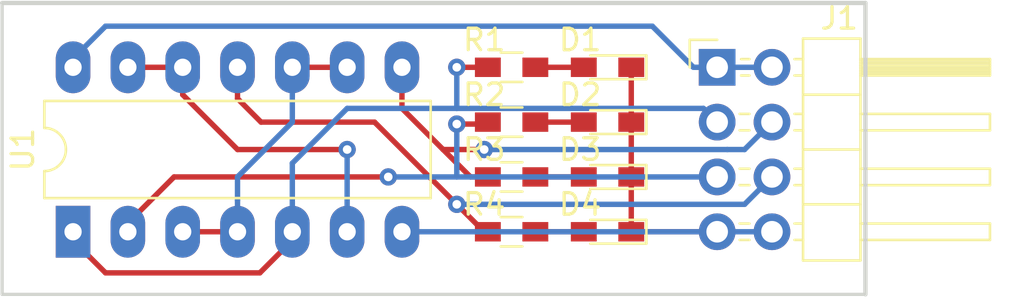
<source format=kicad_pcb>
(kicad_pcb (version 20171130) (host pcbnew "(5.0.0-3-g5ebb6b6)")

  (general
    (thickness 1.6)
    (drawings 4)
    (tracks 68)
    (zones 0)
    (modules 10)
    (nets 13)
  )

  (page A4)
  (layers
    (0 F.Cu signal)
    (31 B.Cu signal)
    (32 B.Adhes user)
    (33 F.Adhes user)
    (34 B.Paste user)
    (35 F.Paste user)
    (36 B.SilkS user)
    (37 F.SilkS user)
    (38 B.Mask user)
    (39 F.Mask user)
    (40 Dwgs.User user)
    (41 Cmts.User user)
    (42 Eco1.User user)
    (43 Eco2.User user)
    (44 Edge.Cuts user)
    (45 Margin user)
    (46 B.CrtYd user)
    (47 F.CrtYd user)
    (48 B.Fab user)
    (49 F.Fab user)
  )

  (setup
    (last_trace_width 0.25)
    (trace_clearance 0.2)
    (zone_clearance 0.508)
    (zone_45_only no)
    (trace_min 0.2)
    (segment_width 0.2)
    (edge_width 0.15)
    (via_size 0.8)
    (via_drill 0.4)
    (via_min_size 0.4)
    (via_min_drill 0.3)
    (uvia_size 0.3)
    (uvia_drill 0.1)
    (uvias_allowed no)
    (uvia_min_size 0.2)
    (uvia_min_drill 0.1)
    (pcb_text_width 0.3)
    (pcb_text_size 1.5 1.5)
    (mod_edge_width 0.15)
    (mod_text_size 1 1)
    (mod_text_width 0.15)
    (pad_size 1.524 1.524)
    (pad_drill 0.762)
    (pad_to_mask_clearance 0.2)
    (aux_axis_origin 0 0)
    (visible_elements FFFFFF7F)
    (pcbplotparams
      (layerselection 0x010fc_ffffffff)
      (usegerberextensions false)
      (usegerberattributes false)
      (usegerberadvancedattributes false)
      (creategerberjobfile false)
      (excludeedgelayer true)
      (linewidth 0.100000)
      (plotframeref false)
      (viasonmask false)
      (mode 1)
      (useauxorigin false)
      (hpglpennumber 1)
      (hpglpenspeed 20)
      (hpglpendiameter 15.000000)
      (psnegative false)
      (psa4output false)
      (plotreference true)
      (plotvalue true)
      (plotinvisibletext false)
      (padsonsilk false)
      (subtractmaskfromsilk false)
      (outputformat 1)
      (mirror false)
      (drillshape 1)
      (scaleselection 1)
      (outputdirectory ""))
  )

  (net 0 "")
  (net 1 "Net-(D1-Pad2)")
  (net 2 /In)
  (net 3 /Sel)
  (net 4 "Net-(D2-Pad2)")
  (net 5 "Net-(D3-Pad2)")
  (net 6 /Out1)
  (net 7 /Out2)
  (net 8 "Net-(D4-Pad2)")
  (net 9 GND)
  (net 10 VCC)
  (net 11 "Net-(U1-Pad12)")
  (net 12 "Net-(U1-Pad10)")

  (net_class Default "これはデフォルトのネット クラスです。"
    (clearance 0.2)
    (trace_width 0.25)
    (via_dia 0.8)
    (via_drill 0.4)
    (uvia_dia 0.3)
    (uvia_drill 0.1)
    (add_net /In)
    (add_net /Out1)
    (add_net /Out2)
    (add_net /Sel)
    (add_net GND)
    (add_net "Net-(D1-Pad2)")
    (add_net "Net-(D2-Pad2)")
    (add_net "Net-(D3-Pad2)")
    (add_net "Net-(D4-Pad2)")
    (add_net "Net-(U1-Pad10)")
    (add_net "Net-(U1-Pad12)")
    (add_net VCC)
  )

  (module Housings_DIP:DIP-14_W7.62mm_LongPads (layer F.Cu) (tedit 59C78D6B) (tstamp 5ED5BF55)
    (at 143.285 100.6 90)
    (descr "14-lead though-hole mounted DIP package, row spacing 7.62 mm (300 mils), LongPads")
    (tags "THT DIP DIL PDIP 2.54mm 7.62mm 300mil LongPads")
    (path /5ED5BE16)
    (fp_text reference U1 (at 3.81 -2.33 90) (layer F.SilkS)
      (effects (font (size 1 1) (thickness 0.15)))
    )
    (fp_text value 74LS00 (at 3.81 17.57 90) (layer F.Fab)
      (effects (font (size 1 1) (thickness 0.15)))
    )
    (fp_text user %R (at 3.81 7.62 90) (layer F.Fab)
      (effects (font (size 1 1) (thickness 0.15)))
    )
    (fp_line (start 9.1 -1.55) (end -1.45 -1.55) (layer F.CrtYd) (width 0.05))
    (fp_line (start 9.1 16.8) (end 9.1 -1.55) (layer F.CrtYd) (width 0.05))
    (fp_line (start -1.45 16.8) (end 9.1 16.8) (layer F.CrtYd) (width 0.05))
    (fp_line (start -1.45 -1.55) (end -1.45 16.8) (layer F.CrtYd) (width 0.05))
    (fp_line (start 6.06 -1.33) (end 4.81 -1.33) (layer F.SilkS) (width 0.12))
    (fp_line (start 6.06 16.57) (end 6.06 -1.33) (layer F.SilkS) (width 0.12))
    (fp_line (start 1.56 16.57) (end 6.06 16.57) (layer F.SilkS) (width 0.12))
    (fp_line (start 1.56 -1.33) (end 1.56 16.57) (layer F.SilkS) (width 0.12))
    (fp_line (start 2.81 -1.33) (end 1.56 -1.33) (layer F.SilkS) (width 0.12))
    (fp_line (start 0.635 -0.27) (end 1.635 -1.27) (layer F.Fab) (width 0.1))
    (fp_line (start 0.635 16.51) (end 0.635 -0.27) (layer F.Fab) (width 0.1))
    (fp_line (start 6.985 16.51) (end 0.635 16.51) (layer F.Fab) (width 0.1))
    (fp_line (start 6.985 -1.27) (end 6.985 16.51) (layer F.Fab) (width 0.1))
    (fp_line (start 1.635 -1.27) (end 6.985 -1.27) (layer F.Fab) (width 0.1))
    (fp_arc (start 3.81 -1.33) (end 2.81 -1.33) (angle -180) (layer F.SilkS) (width 0.12))
    (pad 14 thru_hole oval (at 7.62 0 90) (size 2.4 1.6) (drill 0.8) (layers *.Cu *.Mask)
      (net 10 VCC))
    (pad 7 thru_hole oval (at 0 15.24 90) (size 2.4 1.6) (drill 0.8) (layers *.Cu *.Mask)
      (net 9 GND))
    (pad 13 thru_hole oval (at 7.62 2.54 90) (size 2.4 1.6) (drill 0.8) (layers *.Cu *.Mask)
      (net 11 "Net-(U1-Pad12)"))
    (pad 6 thru_hole oval (at 0 12.7 90) (size 2.4 1.6) (drill 0.8) (layers *.Cu *.Mask)
      (net 11 "Net-(U1-Pad12)"))
    (pad 12 thru_hole oval (at 7.62 5.08 90) (size 2.4 1.6) (drill 0.8) (layers *.Cu *.Mask)
      (net 11 "Net-(U1-Pad12)"))
    (pad 5 thru_hole oval (at 0 10.16 90) (size 2.4 1.6) (drill 0.8) (layers *.Cu *.Mask)
      (net 2 /In))
    (pad 11 thru_hole oval (at 7.62 7.62 90) (size 2.4 1.6) (drill 0.8) (layers *.Cu *.Mask)
      (net 7 /Out2))
    (pad 4 thru_hole oval (at 0 7.62 90) (size 2.4 1.6) (drill 0.8) (layers *.Cu *.Mask)
      (net 12 "Net-(U1-Pad10)"))
    (pad 10 thru_hole oval (at 7.62 10.16 90) (size 2.4 1.6) (drill 0.8) (layers *.Cu *.Mask)
      (net 12 "Net-(U1-Pad10)"))
    (pad 3 thru_hole oval (at 0 5.08 90) (size 2.4 1.6) (drill 0.8) (layers *.Cu *.Mask)
      (net 12 "Net-(U1-Pad10)"))
    (pad 9 thru_hole oval (at 7.62 12.7 90) (size 2.4 1.6) (drill 0.8) (layers *.Cu *.Mask)
      (net 12 "Net-(U1-Pad10)"))
    (pad 2 thru_hole oval (at 0 2.54 90) (size 2.4 1.6) (drill 0.8) (layers *.Cu *.Mask)
      (net 3 /Sel))
    (pad 8 thru_hole oval (at 7.62 15.24 90) (size 2.4 1.6) (drill 0.8) (layers *.Cu *.Mask)
      (net 6 /Out1))
    (pad 1 thru_hole rect (at 0 0 90) (size 2.4 1.6) (drill 0.8) (layers *.Cu *.Mask)
      (net 2 /In))
    (model ${KISYS3DMOD}/Housings_DIP.3dshapes/DIP-14_W7.62mm.wrl
      (at (xyz 0 0 0))
      (scale (xyz 1 1 1))
      (rotate (xyz 0 0 0))
    )
  )

  (module LEDs:LED_0603_HandSoldering (layer F.Cu) (tedit 595FC9C0) (tstamp 5ED5BFAB)
    (at 168.05 100.6 180)
    (descr "LED SMD 0603, hand soldering")
    (tags "LED 0603")
    (path /5ED5CB37)
    (attr smd)
    (fp_text reference D4 (at 1.27 1.27 180) (layer F.SilkS)
      (effects (font (size 1 1) (thickness 0.15)))
    )
    (fp_text value LED (at 0 1.55 180) (layer F.Fab)
      (effects (font (size 1 1) (thickness 0.15)))
    )
    (fp_line (start -1.8 -0.55) (end -1.8 0.55) (layer F.SilkS) (width 0.12))
    (fp_line (start -0.2 -0.2) (end -0.2 0.2) (layer F.Fab) (width 0.1))
    (fp_line (start -0.15 0) (end 0.15 -0.2) (layer F.Fab) (width 0.1))
    (fp_line (start 0.15 0.2) (end -0.15 0) (layer F.Fab) (width 0.1))
    (fp_line (start 0.15 -0.2) (end 0.15 0.2) (layer F.Fab) (width 0.1))
    (fp_line (start 0.8 0.4) (end -0.8 0.4) (layer F.Fab) (width 0.1))
    (fp_line (start 0.8 -0.4) (end 0.8 0.4) (layer F.Fab) (width 0.1))
    (fp_line (start -0.8 -0.4) (end 0.8 -0.4) (layer F.Fab) (width 0.1))
    (fp_line (start -1.8 0.55) (end 0.8 0.55) (layer F.SilkS) (width 0.12))
    (fp_line (start -1.8 -0.55) (end 0.8 -0.55) (layer F.SilkS) (width 0.12))
    (fp_line (start -1.96 -0.7) (end 1.95 -0.7) (layer F.CrtYd) (width 0.05))
    (fp_line (start -1.96 -0.7) (end -1.96 0.7) (layer F.CrtYd) (width 0.05))
    (fp_line (start 1.95 0.7) (end 1.95 -0.7) (layer F.CrtYd) (width 0.05))
    (fp_line (start 1.95 0.7) (end -1.96 0.7) (layer F.CrtYd) (width 0.05))
    (fp_line (start -0.8 -0.4) (end -0.8 0.4) (layer F.Fab) (width 0.1))
    (pad 1 smd rect (at -1.1 0 180) (size 1.2 0.9) (layers F.Cu F.Paste F.Mask)
      (net 9 GND))
    (pad 2 smd rect (at 1.1 0 180) (size 1.2 0.9) (layers F.Cu F.Paste F.Mask)
      (net 8 "Net-(D4-Pad2)"))
    (model ${KISYS3DMOD}/LEDs.3dshapes/LED_0603.wrl
      (at (xyz 0 0 0))
      (scale (xyz 1 1 1))
      (rotate (xyz 0 0 180))
    )
  )

  (module LEDs:LED_0603_HandSoldering (layer F.Cu) (tedit 595FC9C0) (tstamp 5ED5BFE7)
    (at 168.05 98.06 180)
    (descr "LED SMD 0603, hand soldering")
    (tags "LED 0603")
    (path /5ED5CB0B)
    (attr smd)
    (fp_text reference D3 (at 1.27 1.27 180) (layer F.SilkS)
      (effects (font (size 1 1) (thickness 0.15)))
    )
    (fp_text value LED (at 0 1.55 180) (layer F.Fab)
      (effects (font (size 1 1) (thickness 0.15)))
    )
    (fp_line (start -0.8 -0.4) (end -0.8 0.4) (layer F.Fab) (width 0.1))
    (fp_line (start 1.95 0.7) (end -1.96 0.7) (layer F.CrtYd) (width 0.05))
    (fp_line (start 1.95 0.7) (end 1.95 -0.7) (layer F.CrtYd) (width 0.05))
    (fp_line (start -1.96 -0.7) (end -1.96 0.7) (layer F.CrtYd) (width 0.05))
    (fp_line (start -1.96 -0.7) (end 1.95 -0.7) (layer F.CrtYd) (width 0.05))
    (fp_line (start -1.8 -0.55) (end 0.8 -0.55) (layer F.SilkS) (width 0.12))
    (fp_line (start -1.8 0.55) (end 0.8 0.55) (layer F.SilkS) (width 0.12))
    (fp_line (start -0.8 -0.4) (end 0.8 -0.4) (layer F.Fab) (width 0.1))
    (fp_line (start 0.8 -0.4) (end 0.8 0.4) (layer F.Fab) (width 0.1))
    (fp_line (start 0.8 0.4) (end -0.8 0.4) (layer F.Fab) (width 0.1))
    (fp_line (start 0.15 -0.2) (end 0.15 0.2) (layer F.Fab) (width 0.1))
    (fp_line (start 0.15 0.2) (end -0.15 0) (layer F.Fab) (width 0.1))
    (fp_line (start -0.15 0) (end 0.15 -0.2) (layer F.Fab) (width 0.1))
    (fp_line (start -0.2 -0.2) (end -0.2 0.2) (layer F.Fab) (width 0.1))
    (fp_line (start -1.8 -0.55) (end -1.8 0.55) (layer F.SilkS) (width 0.12))
    (pad 2 smd rect (at 1.1 0 180) (size 1.2 0.9) (layers F.Cu F.Paste F.Mask)
      (net 5 "Net-(D3-Pad2)"))
    (pad 1 smd rect (at -1.1 0 180) (size 1.2 0.9) (layers F.Cu F.Paste F.Mask)
      (net 9 GND))
    (model ${KISYS3DMOD}/LEDs.3dshapes/LED_0603.wrl
      (at (xyz 0 0 0))
      (scale (xyz 1 1 1))
      (rotate (xyz 0 0 180))
    )
  )

  (module LEDs:LED_0603_HandSoldering (layer F.Cu) (tedit 595FC9C0) (tstamp 5ED5C023)
    (at 168.05 95.52 180)
    (descr "LED SMD 0603, hand soldering")
    (tags "LED 0603")
    (path /5ED5CADD)
    (attr smd)
    (fp_text reference D2 (at 1.27 1.27 180) (layer F.SilkS)
      (effects (font (size 1 1) (thickness 0.15)))
    )
    (fp_text value LED (at 0 1.55 180) (layer F.Fab)
      (effects (font (size 1 1) (thickness 0.15)))
    )
    (fp_line (start -1.8 -0.55) (end -1.8 0.55) (layer F.SilkS) (width 0.12))
    (fp_line (start -0.2 -0.2) (end -0.2 0.2) (layer F.Fab) (width 0.1))
    (fp_line (start -0.15 0) (end 0.15 -0.2) (layer F.Fab) (width 0.1))
    (fp_line (start 0.15 0.2) (end -0.15 0) (layer F.Fab) (width 0.1))
    (fp_line (start 0.15 -0.2) (end 0.15 0.2) (layer F.Fab) (width 0.1))
    (fp_line (start 0.8 0.4) (end -0.8 0.4) (layer F.Fab) (width 0.1))
    (fp_line (start 0.8 -0.4) (end 0.8 0.4) (layer F.Fab) (width 0.1))
    (fp_line (start -0.8 -0.4) (end 0.8 -0.4) (layer F.Fab) (width 0.1))
    (fp_line (start -1.8 0.55) (end 0.8 0.55) (layer F.SilkS) (width 0.12))
    (fp_line (start -1.8 -0.55) (end 0.8 -0.55) (layer F.SilkS) (width 0.12))
    (fp_line (start -1.96 -0.7) (end 1.95 -0.7) (layer F.CrtYd) (width 0.05))
    (fp_line (start -1.96 -0.7) (end -1.96 0.7) (layer F.CrtYd) (width 0.05))
    (fp_line (start 1.95 0.7) (end 1.95 -0.7) (layer F.CrtYd) (width 0.05))
    (fp_line (start 1.95 0.7) (end -1.96 0.7) (layer F.CrtYd) (width 0.05))
    (fp_line (start -0.8 -0.4) (end -0.8 0.4) (layer F.Fab) (width 0.1))
    (pad 1 smd rect (at -1.1 0 180) (size 1.2 0.9) (layers F.Cu F.Paste F.Mask)
      (net 9 GND))
    (pad 2 smd rect (at 1.1 0 180) (size 1.2 0.9) (layers F.Cu F.Paste F.Mask)
      (net 4 "Net-(D2-Pad2)"))
    (model ${KISYS3DMOD}/LEDs.3dshapes/LED_0603.wrl
      (at (xyz 0 0 0))
      (scale (xyz 1 1 1))
      (rotate (xyz 0 0 180))
    )
  )

  (module LEDs:LED_0603_HandSoldering (layer F.Cu) (tedit 595FC9C0) (tstamp 5ED5C05F)
    (at 168.05 92.98 180)
    (descr "LED SMD 0603, hand soldering")
    (tags "LED 0603")
    (path /5ED5C756)
    (attr smd)
    (fp_text reference D1 (at 1.27 1.27 180) (layer F.SilkS)
      (effects (font (size 1 1) (thickness 0.15)))
    )
    (fp_text value LED (at 0 1.55 180) (layer F.Fab)
      (effects (font (size 1 1) (thickness 0.15)))
    )
    (fp_line (start -0.8 -0.4) (end -0.8 0.4) (layer F.Fab) (width 0.1))
    (fp_line (start 1.95 0.7) (end -1.96 0.7) (layer F.CrtYd) (width 0.05))
    (fp_line (start 1.95 0.7) (end 1.95 -0.7) (layer F.CrtYd) (width 0.05))
    (fp_line (start -1.96 -0.7) (end -1.96 0.7) (layer F.CrtYd) (width 0.05))
    (fp_line (start -1.96 -0.7) (end 1.95 -0.7) (layer F.CrtYd) (width 0.05))
    (fp_line (start -1.8 -0.55) (end 0.8 -0.55) (layer F.SilkS) (width 0.12))
    (fp_line (start -1.8 0.55) (end 0.8 0.55) (layer F.SilkS) (width 0.12))
    (fp_line (start -0.8 -0.4) (end 0.8 -0.4) (layer F.Fab) (width 0.1))
    (fp_line (start 0.8 -0.4) (end 0.8 0.4) (layer F.Fab) (width 0.1))
    (fp_line (start 0.8 0.4) (end -0.8 0.4) (layer F.Fab) (width 0.1))
    (fp_line (start 0.15 -0.2) (end 0.15 0.2) (layer F.Fab) (width 0.1))
    (fp_line (start 0.15 0.2) (end -0.15 0) (layer F.Fab) (width 0.1))
    (fp_line (start -0.15 0) (end 0.15 -0.2) (layer F.Fab) (width 0.1))
    (fp_line (start -0.2 -0.2) (end -0.2 0.2) (layer F.Fab) (width 0.1))
    (fp_line (start -1.8 -0.55) (end -1.8 0.55) (layer F.SilkS) (width 0.12))
    (pad 2 smd rect (at 1.1 0 180) (size 1.2 0.9) (layers F.Cu F.Paste F.Mask)
      (net 1 "Net-(D1-Pad2)"))
    (pad 1 smd rect (at -1.1 0 180) (size 1.2 0.9) (layers F.Cu F.Paste F.Mask)
      (net 9 GND))
    (model ${KISYS3DMOD}/LEDs.3dshapes/LED_0603.wrl
      (at (xyz 0 0 0))
      (scale (xyz 1 1 1))
      (rotate (xyz 0 0 180))
    )
  )

  (module Pin_Headers:Pin_Header_Angled_2x04_Pitch2.54mm (layer F.Cu) (tedit 59650532) (tstamp 5ED5C0DF)
    (at 173.13 92.98)
    (descr "Through hole angled pin header, 2x04, 2.54mm pitch, 6mm pin length, double rows")
    (tags "Through hole angled pin header THT 2x04 2.54mm double row")
    (path /5ED5D42E)
    (fp_text reference J1 (at 5.655 -2.27) (layer F.SilkS)
      (effects (font (size 1 1) (thickness 0.15)))
    )
    (fp_text value Conn_02x04_Odd_Even (at 5.655 9.89) (layer F.Fab)
      (effects (font (size 1 1) (thickness 0.15)))
    )
    (fp_text user %R (at 5.31 3.81 90) (layer F.Fab)
      (effects (font (size 1 1) (thickness 0.15)))
    )
    (fp_line (start 13.1 -1.8) (end -1.8 -1.8) (layer F.CrtYd) (width 0.05))
    (fp_line (start 13.1 9.4) (end 13.1 -1.8) (layer F.CrtYd) (width 0.05))
    (fp_line (start -1.8 9.4) (end 13.1 9.4) (layer F.CrtYd) (width 0.05))
    (fp_line (start -1.8 -1.8) (end -1.8 9.4) (layer F.CrtYd) (width 0.05))
    (fp_line (start -1.27 -1.27) (end 0 -1.27) (layer F.SilkS) (width 0.12))
    (fp_line (start -1.27 0) (end -1.27 -1.27) (layer F.SilkS) (width 0.12))
    (fp_line (start 1.042929 8) (end 1.497071 8) (layer F.SilkS) (width 0.12))
    (fp_line (start 1.042929 7.24) (end 1.497071 7.24) (layer F.SilkS) (width 0.12))
    (fp_line (start 3.582929 8) (end 3.98 8) (layer F.SilkS) (width 0.12))
    (fp_line (start 3.582929 7.24) (end 3.98 7.24) (layer F.SilkS) (width 0.12))
    (fp_line (start 12.64 8) (end 6.64 8) (layer F.SilkS) (width 0.12))
    (fp_line (start 12.64 7.24) (end 12.64 8) (layer F.SilkS) (width 0.12))
    (fp_line (start 6.64 7.24) (end 12.64 7.24) (layer F.SilkS) (width 0.12))
    (fp_line (start 3.98 6.35) (end 6.64 6.35) (layer F.SilkS) (width 0.12))
    (fp_line (start 1.042929 5.46) (end 1.497071 5.46) (layer F.SilkS) (width 0.12))
    (fp_line (start 1.042929 4.7) (end 1.497071 4.7) (layer F.SilkS) (width 0.12))
    (fp_line (start 3.582929 5.46) (end 3.98 5.46) (layer F.SilkS) (width 0.12))
    (fp_line (start 3.582929 4.7) (end 3.98 4.7) (layer F.SilkS) (width 0.12))
    (fp_line (start 12.64 5.46) (end 6.64 5.46) (layer F.SilkS) (width 0.12))
    (fp_line (start 12.64 4.7) (end 12.64 5.46) (layer F.SilkS) (width 0.12))
    (fp_line (start 6.64 4.7) (end 12.64 4.7) (layer F.SilkS) (width 0.12))
    (fp_line (start 3.98 3.81) (end 6.64 3.81) (layer F.SilkS) (width 0.12))
    (fp_line (start 1.042929 2.92) (end 1.497071 2.92) (layer F.SilkS) (width 0.12))
    (fp_line (start 1.042929 2.16) (end 1.497071 2.16) (layer F.SilkS) (width 0.12))
    (fp_line (start 3.582929 2.92) (end 3.98 2.92) (layer F.SilkS) (width 0.12))
    (fp_line (start 3.582929 2.16) (end 3.98 2.16) (layer F.SilkS) (width 0.12))
    (fp_line (start 12.64 2.92) (end 6.64 2.92) (layer F.SilkS) (width 0.12))
    (fp_line (start 12.64 2.16) (end 12.64 2.92) (layer F.SilkS) (width 0.12))
    (fp_line (start 6.64 2.16) (end 12.64 2.16) (layer F.SilkS) (width 0.12))
    (fp_line (start 3.98 1.27) (end 6.64 1.27) (layer F.SilkS) (width 0.12))
    (fp_line (start 1.11 0.38) (end 1.497071 0.38) (layer F.SilkS) (width 0.12))
    (fp_line (start 1.11 -0.38) (end 1.497071 -0.38) (layer F.SilkS) (width 0.12))
    (fp_line (start 3.582929 0.38) (end 3.98 0.38) (layer F.SilkS) (width 0.12))
    (fp_line (start 3.582929 -0.38) (end 3.98 -0.38) (layer F.SilkS) (width 0.12))
    (fp_line (start 6.64 0.28) (end 12.64 0.28) (layer F.SilkS) (width 0.12))
    (fp_line (start 6.64 0.16) (end 12.64 0.16) (layer F.SilkS) (width 0.12))
    (fp_line (start 6.64 0.04) (end 12.64 0.04) (layer F.SilkS) (width 0.12))
    (fp_line (start 6.64 -0.08) (end 12.64 -0.08) (layer F.SilkS) (width 0.12))
    (fp_line (start 6.64 -0.2) (end 12.64 -0.2) (layer F.SilkS) (width 0.12))
    (fp_line (start 6.64 -0.32) (end 12.64 -0.32) (layer F.SilkS) (width 0.12))
    (fp_line (start 12.64 0.38) (end 6.64 0.38) (layer F.SilkS) (width 0.12))
    (fp_line (start 12.64 -0.38) (end 12.64 0.38) (layer F.SilkS) (width 0.12))
    (fp_line (start 6.64 -0.38) (end 12.64 -0.38) (layer F.SilkS) (width 0.12))
    (fp_line (start 6.64 -1.33) (end 3.98 -1.33) (layer F.SilkS) (width 0.12))
    (fp_line (start 6.64 8.95) (end 6.64 -1.33) (layer F.SilkS) (width 0.12))
    (fp_line (start 3.98 8.95) (end 6.64 8.95) (layer F.SilkS) (width 0.12))
    (fp_line (start 3.98 -1.33) (end 3.98 8.95) (layer F.SilkS) (width 0.12))
    (fp_line (start 6.58 7.94) (end 12.58 7.94) (layer F.Fab) (width 0.1))
    (fp_line (start 12.58 7.3) (end 12.58 7.94) (layer F.Fab) (width 0.1))
    (fp_line (start 6.58 7.3) (end 12.58 7.3) (layer F.Fab) (width 0.1))
    (fp_line (start -0.32 7.94) (end 4.04 7.94) (layer F.Fab) (width 0.1))
    (fp_line (start -0.32 7.3) (end -0.32 7.94) (layer F.Fab) (width 0.1))
    (fp_line (start -0.32 7.3) (end 4.04 7.3) (layer F.Fab) (width 0.1))
    (fp_line (start 6.58 5.4) (end 12.58 5.4) (layer F.Fab) (width 0.1))
    (fp_line (start 12.58 4.76) (end 12.58 5.4) (layer F.Fab) (width 0.1))
    (fp_line (start 6.58 4.76) (end 12.58 4.76) (layer F.Fab) (width 0.1))
    (fp_line (start -0.32 5.4) (end 4.04 5.4) (layer F.Fab) (width 0.1))
    (fp_line (start -0.32 4.76) (end -0.32 5.4) (layer F.Fab) (width 0.1))
    (fp_line (start -0.32 4.76) (end 4.04 4.76) (layer F.Fab) (width 0.1))
    (fp_line (start 6.58 2.86) (end 12.58 2.86) (layer F.Fab) (width 0.1))
    (fp_line (start 12.58 2.22) (end 12.58 2.86) (layer F.Fab) (width 0.1))
    (fp_line (start 6.58 2.22) (end 12.58 2.22) (layer F.Fab) (width 0.1))
    (fp_line (start -0.32 2.86) (end 4.04 2.86) (layer F.Fab) (width 0.1))
    (fp_line (start -0.32 2.22) (end -0.32 2.86) (layer F.Fab) (width 0.1))
    (fp_line (start -0.32 2.22) (end 4.04 2.22) (layer F.Fab) (width 0.1))
    (fp_line (start 6.58 0.32) (end 12.58 0.32) (layer F.Fab) (width 0.1))
    (fp_line (start 12.58 -0.32) (end 12.58 0.32) (layer F.Fab) (width 0.1))
    (fp_line (start 6.58 -0.32) (end 12.58 -0.32) (layer F.Fab) (width 0.1))
    (fp_line (start -0.32 0.32) (end 4.04 0.32) (layer F.Fab) (width 0.1))
    (fp_line (start -0.32 -0.32) (end -0.32 0.32) (layer F.Fab) (width 0.1))
    (fp_line (start -0.32 -0.32) (end 4.04 -0.32) (layer F.Fab) (width 0.1))
    (fp_line (start 4.04 -0.635) (end 4.675 -1.27) (layer F.Fab) (width 0.1))
    (fp_line (start 4.04 8.89) (end 4.04 -0.635) (layer F.Fab) (width 0.1))
    (fp_line (start 6.58 8.89) (end 4.04 8.89) (layer F.Fab) (width 0.1))
    (fp_line (start 6.58 -1.27) (end 6.58 8.89) (layer F.Fab) (width 0.1))
    (fp_line (start 4.675 -1.27) (end 6.58 -1.27) (layer F.Fab) (width 0.1))
    (pad 8 thru_hole oval (at 2.54 7.62) (size 1.7 1.7) (drill 1) (layers *.Cu *.Mask)
      (net 9 GND))
    (pad 7 thru_hole oval (at 0 7.62) (size 1.7 1.7) (drill 1) (layers *.Cu *.Mask)
      (net 9 GND))
    (pad 6 thru_hole oval (at 2.54 5.08) (size 1.7 1.7) (drill 1) (layers *.Cu *.Mask)
      (net 7 /Out2))
    (pad 5 thru_hole oval (at 0 5.08) (size 1.7 1.7) (drill 1) (layers *.Cu *.Mask)
      (net 3 /Sel))
    (pad 4 thru_hole oval (at 2.54 2.54) (size 1.7 1.7) (drill 1) (layers *.Cu *.Mask)
      (net 6 /Out1))
    (pad 3 thru_hole oval (at 0 2.54) (size 1.7 1.7) (drill 1) (layers *.Cu *.Mask)
      (net 2 /In))
    (pad 2 thru_hole oval (at 2.54 0) (size 1.7 1.7) (drill 1) (layers *.Cu *.Mask)
      (net 10 VCC))
    (pad 1 thru_hole rect (at 0 0) (size 1.7 1.7) (drill 1) (layers *.Cu *.Mask)
      (net 10 VCC))
    (model ${KISYS3DMOD}/Pin_Headers.3dshapes/Pin_Header_Angled_2x04_Pitch2.54mm.wrl
      (at (xyz 0 0 0))
      (scale (xyz 1 1 1))
      (rotate (xyz 0 0 0))
    )
  )

  (module Resistors_SMD:R_0603_HandSoldering (layer F.Cu) (tedit 58E0A804) (tstamp 5ED5C19F)
    (at 163.605 100.6)
    (descr "Resistor SMD 0603, hand soldering")
    (tags "resistor 0603")
    (path /5ED5C668)
    (attr smd)
    (fp_text reference R4 (at -1.27 -1.27) (layer F.SilkS)
      (effects (font (size 1 1) (thickness 0.15)))
    )
    (fp_text value R (at 0 1.55) (layer F.Fab)
      (effects (font (size 1 1) (thickness 0.15)))
    )
    (fp_text user %R (at 0 0) (layer F.Fab)
      (effects (font (size 0.4 0.4) (thickness 0.075)))
    )
    (fp_line (start -0.8 0.4) (end -0.8 -0.4) (layer F.Fab) (width 0.1))
    (fp_line (start 0.8 0.4) (end -0.8 0.4) (layer F.Fab) (width 0.1))
    (fp_line (start 0.8 -0.4) (end 0.8 0.4) (layer F.Fab) (width 0.1))
    (fp_line (start -0.8 -0.4) (end 0.8 -0.4) (layer F.Fab) (width 0.1))
    (fp_line (start 0.5 0.68) (end -0.5 0.68) (layer F.SilkS) (width 0.12))
    (fp_line (start -0.5 -0.68) (end 0.5 -0.68) (layer F.SilkS) (width 0.12))
    (fp_line (start -1.96 -0.7) (end 1.95 -0.7) (layer F.CrtYd) (width 0.05))
    (fp_line (start -1.96 -0.7) (end -1.96 0.7) (layer F.CrtYd) (width 0.05))
    (fp_line (start 1.95 0.7) (end 1.95 -0.7) (layer F.CrtYd) (width 0.05))
    (fp_line (start 1.95 0.7) (end -1.96 0.7) (layer F.CrtYd) (width 0.05))
    (pad 1 smd rect (at -1.1 0) (size 1.2 0.9) (layers F.Cu F.Paste F.Mask)
      (net 7 /Out2))
    (pad 2 smd rect (at 1.1 0) (size 1.2 0.9) (layers F.Cu F.Paste F.Mask)
      (net 8 "Net-(D4-Pad2)"))
    (model ${KISYS3DMOD}/Resistors_SMD.3dshapes/R_0603.wrl
      (at (xyz 0 0 0))
      (scale (xyz 1 1 1))
      (rotate (xyz 0 0 0))
    )
  )

  (module Resistors_SMD:R_0603_HandSoldering (layer F.Cu) (tedit 58E0A804) (tstamp 5ED5C1CF)
    (at 163.605 98.06)
    (descr "Resistor SMD 0603, hand soldering")
    (tags "resistor 0603")
    (path /5ED5C5B1)
    (attr smd)
    (fp_text reference R3 (at -1.27 -1.27) (layer F.SilkS)
      (effects (font (size 1 1) (thickness 0.15)))
    )
    (fp_text value R (at 0 1.55) (layer F.Fab)
      (effects (font (size 1 1) (thickness 0.15)))
    )
    (fp_line (start 1.95 0.7) (end -1.96 0.7) (layer F.CrtYd) (width 0.05))
    (fp_line (start 1.95 0.7) (end 1.95 -0.7) (layer F.CrtYd) (width 0.05))
    (fp_line (start -1.96 -0.7) (end -1.96 0.7) (layer F.CrtYd) (width 0.05))
    (fp_line (start -1.96 -0.7) (end 1.95 -0.7) (layer F.CrtYd) (width 0.05))
    (fp_line (start -0.5 -0.68) (end 0.5 -0.68) (layer F.SilkS) (width 0.12))
    (fp_line (start 0.5 0.68) (end -0.5 0.68) (layer F.SilkS) (width 0.12))
    (fp_line (start -0.8 -0.4) (end 0.8 -0.4) (layer F.Fab) (width 0.1))
    (fp_line (start 0.8 -0.4) (end 0.8 0.4) (layer F.Fab) (width 0.1))
    (fp_line (start 0.8 0.4) (end -0.8 0.4) (layer F.Fab) (width 0.1))
    (fp_line (start -0.8 0.4) (end -0.8 -0.4) (layer F.Fab) (width 0.1))
    (fp_text user %R (at 0 0) (layer F.Fab)
      (effects (font (size 0.4 0.4) (thickness 0.075)))
    )
    (pad 2 smd rect (at 1.1 0) (size 1.2 0.9) (layers F.Cu F.Paste F.Mask)
      (net 5 "Net-(D3-Pad2)"))
    (pad 1 smd rect (at -1.1 0) (size 1.2 0.9) (layers F.Cu F.Paste F.Mask)
      (net 6 /Out1))
    (model ${KISYS3DMOD}/Resistors_SMD.3dshapes/R_0603.wrl
      (at (xyz 0 0 0))
      (scale (xyz 1 1 1))
      (rotate (xyz 0 0 0))
    )
  )

  (module Resistors_SMD:R_0603_HandSoldering (layer F.Cu) (tedit 58E0A804) (tstamp 5ED5C1FF)
    (at 163.605 95.52)
    (descr "Resistor SMD 0603, hand soldering")
    (tags "resistor 0603")
    (path /5ED5C591)
    (attr smd)
    (fp_text reference R2 (at -1.27 -1.27) (layer F.SilkS)
      (effects (font (size 1 1) (thickness 0.15)))
    )
    (fp_text value R (at 0 1.55) (layer F.Fab)
      (effects (font (size 1 1) (thickness 0.15)))
    )
    (fp_text user %R (at 0 0) (layer F.Fab)
      (effects (font (size 0.4 0.4) (thickness 0.075)))
    )
    (fp_line (start -0.8 0.4) (end -0.8 -0.4) (layer F.Fab) (width 0.1))
    (fp_line (start 0.8 0.4) (end -0.8 0.4) (layer F.Fab) (width 0.1))
    (fp_line (start 0.8 -0.4) (end 0.8 0.4) (layer F.Fab) (width 0.1))
    (fp_line (start -0.8 -0.4) (end 0.8 -0.4) (layer F.Fab) (width 0.1))
    (fp_line (start 0.5 0.68) (end -0.5 0.68) (layer F.SilkS) (width 0.12))
    (fp_line (start -0.5 -0.68) (end 0.5 -0.68) (layer F.SilkS) (width 0.12))
    (fp_line (start -1.96 -0.7) (end 1.95 -0.7) (layer F.CrtYd) (width 0.05))
    (fp_line (start -1.96 -0.7) (end -1.96 0.7) (layer F.CrtYd) (width 0.05))
    (fp_line (start 1.95 0.7) (end 1.95 -0.7) (layer F.CrtYd) (width 0.05))
    (fp_line (start 1.95 0.7) (end -1.96 0.7) (layer F.CrtYd) (width 0.05))
    (pad 1 smd rect (at -1.1 0) (size 1.2 0.9) (layers F.Cu F.Paste F.Mask)
      (net 3 /Sel))
    (pad 2 smd rect (at 1.1 0) (size 1.2 0.9) (layers F.Cu F.Paste F.Mask)
      (net 4 "Net-(D2-Pad2)"))
    (model ${KISYS3DMOD}/Resistors_SMD.3dshapes/R_0603.wrl
      (at (xyz 0 0 0))
      (scale (xyz 1 1 1))
      (rotate (xyz 0 0 0))
    )
  )

  (module Resistors_SMD:R_0603_HandSoldering (layer F.Cu) (tedit 58E0A804) (tstamp 5ED5C22F)
    (at 163.605 92.98)
    (descr "Resistor SMD 0603, hand soldering")
    (tags "resistor 0603")
    (path /5ED5C562)
    (attr smd)
    (fp_text reference R1 (at -1.27 -1.27) (layer F.SilkS)
      (effects (font (size 1 1) (thickness 0.15)))
    )
    (fp_text value R (at 0 1.55) (layer F.Fab)
      (effects (font (size 1 1) (thickness 0.15)))
    )
    (fp_line (start 1.95 0.7) (end -1.96 0.7) (layer F.CrtYd) (width 0.05))
    (fp_line (start 1.95 0.7) (end 1.95 -0.7) (layer F.CrtYd) (width 0.05))
    (fp_line (start -1.96 -0.7) (end -1.96 0.7) (layer F.CrtYd) (width 0.05))
    (fp_line (start -1.96 -0.7) (end 1.95 -0.7) (layer F.CrtYd) (width 0.05))
    (fp_line (start -0.5 -0.68) (end 0.5 -0.68) (layer F.SilkS) (width 0.12))
    (fp_line (start 0.5 0.68) (end -0.5 0.68) (layer F.SilkS) (width 0.12))
    (fp_line (start -0.8 -0.4) (end 0.8 -0.4) (layer F.Fab) (width 0.1))
    (fp_line (start 0.8 -0.4) (end 0.8 0.4) (layer F.Fab) (width 0.1))
    (fp_line (start 0.8 0.4) (end -0.8 0.4) (layer F.Fab) (width 0.1))
    (fp_line (start -0.8 0.4) (end -0.8 -0.4) (layer F.Fab) (width 0.1))
    (fp_text user %R (at 0 0) (layer F.Fab)
      (effects (font (size 0.4 0.4) (thickness 0.075)))
    )
    (pad 2 smd rect (at 1.1 0) (size 1.2 0.9) (layers F.Cu F.Paste F.Mask)
      (net 1 "Net-(D1-Pad2)"))
    (pad 1 smd rect (at -1.1 0) (size 1.2 0.9) (layers F.Cu F.Paste F.Mask)
      (net 2 /In))
    (model ${KISYS3DMOD}/Resistors_SMD.3dshapes/R_0603.wrl
      (at (xyz 0 0 0))
      (scale (xyz 1 1 1))
      (rotate (xyz 0 0 0))
    )
  )

  (gr_line (start 140 103.5) (end 180 103.5) (layer Edge.Cuts) (width 0.15))
  (gr_line (start 140 90) (end 140 103.5) (layer Edge.Cuts) (width 0.15))
  (gr_line (start 180 90) (end 180 103.5) (layer Edge.Cuts) (width 0.2))
  (gr_line (start 140 90) (end 180 90) (layer Edge.Cuts) (width 0.2))

  (segment (start 164.705 92.98) (end 166.95 92.98) (width 0.25) (layer F.Cu) (net 1) (tstamp 5ED5C253))
  (segment (start 153.445 101) (end 153.445 100.6) (width 0.25) (layer F.Cu) (net 2) (tstamp 5ED5C286))
  (segment (start 151.94 102.505) (end 153.445 101) (width 0.25) (layer F.Cu) (net 2))
  (segment (start 144.79 102.505) (end 151.94 102.505) (width 0.25) (layer F.Cu) (net 2) (tstamp 5ED5C28C))
  (segment (start 143.285 101) (end 144.79 102.505) (width 0.25) (layer F.Cu) (net 2))
  (segment (start 143.285 100.6) (end 143.285 101) (width 0.25) (layer F.Cu) (net 2) (tstamp 5ED5C289))
  (segment (start 153.445 97.425) (end 153.445 100.6) (width 0.25) (layer B.Cu) (net 2) (tstamp 5ED5C265))
  (segment (start 155.985 94.885) (end 153.445 97.425) (width 0.25) (layer B.Cu) (net 2) (tstamp 5ED5C262))
  (segment (start 173.13 95.52) (end 172.495 94.885) (width 0.25) (layer B.Cu) (net 2) (tstamp 5ED5C25F))
  (segment (start 172.495 94.885) (end 161.065 94.885) (width 0.25) (layer B.Cu) (net 2) (tstamp 5ED5C280))
  (segment (start 161.065 94.885) (end 155.985 94.885) (width 0.25) (layer B.Cu) (net 2) (tstamp 5ED5C283))
  (via (at 161.065 92.98) (size 0.8) (drill 0.4) (layers F.Cu B.Cu) (net 2) (tstamp 5ED5C307))
  (segment (start 161.065 94.885) (end 161.065 92.98) (width 0.25) (layer B.Cu) (net 2) (tstamp 5ED5C28F))
  (segment (start 162.505 92.98) (end 161.065 92.98) (width 0.25) (layer F.Cu) (net 2) (tstamp 5ED5C292))
  (via (at 157.89 98.06) (size 0.8) (drill 0.4) (layers F.Cu B.Cu) (net 3) (tstamp 5ED5C310))
  (segment (start 145.825 100.2) (end 145.825 100.6) (width 0.25) (layer F.Cu) (net 3) (tstamp 5ED5C2C2))
  (segment (start 147.965 98.06) (end 145.825 100.2) (width 0.25) (layer F.Cu) (net 3) (tstamp 5ED5C2CB))
  (segment (start 157.89 98.06) (end 147.965 98.06) (width 0.25) (layer F.Cu) (net 3) (tstamp 5ED5C2EF))
  (via (at 161.065 95.61) (size 0.8) (drill 0.4) (layers F.Cu B.Cu) (net 3) (tstamp 5ED5C30D))
  (segment (start 161.065 98.06) (end 161.065 95.61) (width 0.25) (layer B.Cu) (net 3) (tstamp 5ED5C271))
  (segment (start 173.13 98.06) (end 161.065 98.06) (width 0.25) (layer B.Cu) (net 3) (tstamp 5ED5C268))
  (segment (start 161.065 98.06) (end 157.89 98.06) (width 0.25) (layer B.Cu) (net 3) (tstamp 5ED5C26B))
  (segment (start 162.415 95.61) (end 162.505 95.52) (width 0.25) (layer F.Cu) (net 3) (tstamp 5ED5C2FE))
  (segment (start 161.065 95.61) (end 162.415 95.61) (width 0.25) (layer F.Cu) (net 3) (tstamp 5ED5C301))
  (segment (start 164.705 95.52) (end 166.95 95.52) (width 0.25) (layer F.Cu) (net 4) (tstamp 5ED5C27A))
  (segment (start 164.705 98.06) (end 166.95 98.06) (width 0.25) (layer F.Cu) (net 5) (tstamp 5ED5C277))
  (segment (start 161.7 98.06) (end 162.505 98.06) (width 0.25) (layer F.Cu) (net 6) (tstamp 5ED5C259))
  (segment (start 158.525 92.98) (end 158.525 94.885) (width 0.25) (layer F.Cu) (net 6) (tstamp 5ED5C256))
  (segment (start 175.67 95.52) (end 174.4 96.79) (width 0.25) (layer B.Cu) (net 6) (tstamp 5ED5C2DA))
  (segment (start 160.43 96.79) (end 161.7 98.06) (width 0.25) (layer F.Cu) (net 6) (tstamp 5ED5C2E9))
  (segment (start 158.525 94.885) (end 160.43 96.79) (width 0.25) (layer F.Cu) (net 6) (tstamp 5ED5C2D7))
  (via (at 162.335 96.79) (size 0.8) (drill 0.4) (layers F.Cu B.Cu) (net 6) (tstamp 5ED5C313))
  (segment (start 160.43 96.79) (end 162.335 96.79) (width 0.25) (layer F.Cu) (net 6) (tstamp 5ED5C26E))
  (segment (start 162.335 96.79) (end 173.599002 96.79) (width 0.25) (layer B.Cu) (net 6) (tstamp 5ED5C2FB))
  (segment (start 173.599002 96.79) (end 174.4 96.79) (width 0.25) (layer B.Cu) (net 6) (tstamp 5ED5C274))
  (segment (start 151.995 95.52) (end 157.255 95.52) (width 0.25) (layer F.Cu) (net 7) (tstamp 5ED5C2E0))
  (segment (start 162.335 100.6) (end 162.505 100.6) (width 0.25) (layer F.Cu) (net 7) (tstamp 5ED5C2BC))
  (segment (start 150.905 94.43) (end 151.995 95.52) (width 0.25) (layer F.Cu) (net 7) (tstamp 5ED5C2B9))
  (segment (start 150.905 92.98) (end 150.905 94.43) (width 0.25) (layer F.Cu) (net 7) (tstamp 5ED5C2BF))
  (segment (start 175.67 98.06) (end 174.4 99.33) (width 0.25) (layer B.Cu) (net 7) (tstamp 5ED5C2AD))
  (via (at 161.065 99.33) (size 0.8) (drill 0.4) (layers F.Cu B.Cu) (net 7) (tstamp 5ED5C304))
  (segment (start 161.065 99.33) (end 162.335 100.6) (width 0.25) (layer F.Cu) (net 7) (tstamp 5ED5C2A7))
  (segment (start 174.4 99.33) (end 161.065 99.33) (width 0.25) (layer B.Cu) (net 7) (tstamp 5ED5C2B0))
  (segment (start 157.255 95.52) (end 161.065 99.33) (width 0.25) (layer F.Cu) (net 7) (tstamp 5ED5C2AA))
  (segment (start 164.705 100.6) (end 166.95 100.6) (width 0.25) (layer F.Cu) (net 8) (tstamp 5ED5C295))
  (segment (start 175.67 100.6) (end 173.13 100.6) (width 0.25) (layer B.Cu) (net 9) (tstamp 5ED5C2E3))
  (segment (start 169.15 92.98) (end 169.15 100.6) (width 0.25) (layer F.Cu) (net 9) (tstamp 5ED5C2CE))
  (segment (start 169.15 100.6) (end 173.13 100.6) (width 0.25) (layer F.Cu) (net 9) (tstamp 5ED5C2DD))
  (segment (start 173.13 100.6) (end 158.525 100.6) (width 0.25) (layer B.Cu) (net 9) (tstamp 5ED5C2D1))
  (segment (start 175.67 92.98) (end 173.13 92.98) (width 0.25) (layer B.Cu) (net 10) (tstamp 5ED5C2F8))
  (segment (start 143.285 92.58) (end 143.285 92.98) (width 0.25) (layer B.Cu) (net 10) (tstamp 5ED5C2E6))
  (segment (start 144.79 91.075) (end 143.285 92.58) (width 0.25) (layer B.Cu) (net 10) (tstamp 5ED5C2F2))
  (segment (start 172.03 92.98) (end 170.125 91.075) (width 0.25) (layer B.Cu) (net 10) (tstamp 5ED5C2B6))
  (segment (start 170.125 91.075) (end 144.79 91.075) (width 0.25) (layer B.Cu) (net 10) (tstamp 5ED5C2C8))
  (segment (start 173.13 92.98) (end 172.03 92.98) (width 0.25) (layer B.Cu) (net 10) (tstamp 5ED5C2B3))
  (via (at 155.985 96.79) (size 0.8) (drill 0.4) (layers F.Cu B.Cu) (net 11) (tstamp 5ED5C30A))
  (segment (start 155.985 96.79) (end 155.985 100.6) (width 0.25) (layer B.Cu) (net 11) (tstamp 5ED5C250))
  (segment (start 152.175 96.79) (end 155.985 96.79) (width 0.25) (layer F.Cu) (net 11) (tstamp 5ED5C2EC))
  (segment (start 150.905 96.79) (end 152.175 96.79) (width 0.25) (layer F.Cu) (net 11) (tstamp 5ED5C2F5))
  (segment (start 148.365 94.25) (end 150.905 96.79) (width 0.25) (layer F.Cu) (net 11) (tstamp 5ED5C2D4))
  (segment (start 148.365 92.98) (end 148.365 94.25) (width 0.25) (layer F.Cu) (net 11) (tstamp 5ED5C2C5))
  (segment (start 145.825 92.98) (end 148.365 92.98) (width 0.25) (layer F.Cu) (net 11) (tstamp 5ED5C25C))
  (segment (start 153.445 92.98) (end 155.985 92.98) (width 0.25) (layer F.Cu) (net 12) (tstamp 5ED5C27D))
  (segment (start 148.365 100.6) (end 150.905 100.6) (width 0.25) (layer F.Cu) (net 12) (tstamp 5ED5C29E))
  (segment (start 153.445 95.52) (end 150.905 98.06) (width 0.25) (layer B.Cu) (net 12) (tstamp 5ED5C298))
  (segment (start 150.905 99.15) (end 150.905 100.6) (width 0.25) (layer B.Cu) (net 12) (tstamp 5ED5C2A1))
  (segment (start 150.905 98.06) (end 150.905 99.15) (width 0.25) (layer B.Cu) (net 12) (tstamp 5ED5C2A4))
  (segment (start 153.445 92.98) (end 153.445 95.52) (width 0.25) (layer B.Cu) (net 12) (tstamp 5ED5C29B))

)

</source>
